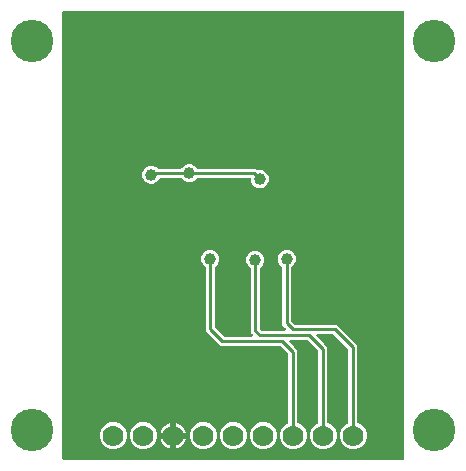
<source format=gbr>
G04 EAGLE Gerber RS-274X export*
G75*
%MOMM*%
%FSLAX34Y34*%
%LPD*%
%INBottom Copper*%
%IPPOS*%
%AMOC8*
5,1,8,0,0,1.08239X$1,22.5*%
G01*
%ADD10C,1.778000*%
%ADD11C,3.600000*%
%ADD12C,1.008000*%
%ADD13C,0.254000*%

G36*
X343298Y5096D02*
X343298Y5096D01*
X343417Y5103D01*
X343455Y5116D01*
X343496Y5121D01*
X343606Y5164D01*
X343719Y5201D01*
X343754Y5223D01*
X343791Y5238D01*
X343887Y5307D01*
X343988Y5371D01*
X344016Y5401D01*
X344049Y5424D01*
X344125Y5516D01*
X344206Y5603D01*
X344226Y5638D01*
X344251Y5669D01*
X344302Y5777D01*
X344360Y5881D01*
X344370Y5921D01*
X344387Y5957D01*
X344409Y6074D01*
X344439Y6189D01*
X344443Y6249D01*
X344447Y6269D01*
X344445Y6290D01*
X344449Y6350D01*
X344449Y383650D01*
X344434Y383768D01*
X344427Y383887D01*
X344414Y383925D01*
X344409Y383966D01*
X344366Y384076D01*
X344329Y384189D01*
X344307Y384224D01*
X344292Y384261D01*
X344223Y384357D01*
X344159Y384458D01*
X344129Y384486D01*
X344106Y384519D01*
X344014Y384595D01*
X343927Y384676D01*
X343892Y384696D01*
X343861Y384721D01*
X343753Y384772D01*
X343649Y384830D01*
X343609Y384840D01*
X343573Y384857D01*
X343456Y384879D01*
X343341Y384909D01*
X343281Y384913D01*
X343261Y384917D01*
X343240Y384915D01*
X343180Y384919D01*
X56180Y384919D01*
X56062Y384904D01*
X55943Y384897D01*
X55905Y384884D01*
X55864Y384879D01*
X55754Y384836D01*
X55641Y384799D01*
X55606Y384777D01*
X55569Y384762D01*
X55473Y384693D01*
X55372Y384629D01*
X55344Y384599D01*
X55311Y384576D01*
X55236Y384484D01*
X55154Y384397D01*
X55134Y384362D01*
X55109Y384331D01*
X55058Y384223D01*
X55000Y384119D01*
X54990Y384079D01*
X54973Y384043D01*
X54951Y383926D01*
X54921Y383811D01*
X54917Y383751D01*
X54913Y383731D01*
X54915Y383710D01*
X54911Y383650D01*
X54911Y6350D01*
X54926Y6232D01*
X54933Y6113D01*
X54946Y6075D01*
X54951Y6034D01*
X54994Y5924D01*
X55031Y5811D01*
X55053Y5776D01*
X55068Y5739D01*
X55138Y5643D01*
X55201Y5542D01*
X55231Y5514D01*
X55254Y5481D01*
X55346Y5405D01*
X55433Y5324D01*
X55468Y5304D01*
X55499Y5279D01*
X55607Y5228D01*
X55711Y5170D01*
X55751Y5160D01*
X55787Y5143D01*
X55904Y5121D01*
X56019Y5091D01*
X56080Y5087D01*
X56100Y5083D01*
X56120Y5085D01*
X56180Y5081D01*
X343180Y5081D01*
X343298Y5096D01*
G37*
%LPC*%
G36*
X248206Y13969D02*
X248206Y13969D01*
X244005Y15709D01*
X240789Y18925D01*
X239049Y23126D01*
X239049Y27674D01*
X240789Y31875D01*
X244005Y35091D01*
X245596Y35749D01*
X245621Y35764D01*
X245649Y35773D01*
X245759Y35843D01*
X245872Y35907D01*
X245893Y35927D01*
X245918Y35943D01*
X246007Y36038D01*
X246100Y36128D01*
X246116Y36153D01*
X246136Y36175D01*
X246199Y36289D01*
X246267Y36399D01*
X246275Y36428D01*
X246290Y36453D01*
X246322Y36579D01*
X246360Y36703D01*
X246362Y36733D01*
X246369Y36761D01*
X246379Y36922D01*
X246379Y94416D01*
X246367Y94514D01*
X246364Y94613D01*
X246347Y94671D01*
X246339Y94731D01*
X246303Y94823D01*
X246275Y94919D01*
X246245Y94971D01*
X246222Y95027D01*
X246164Y95107D01*
X246114Y95192D01*
X246048Y95268D01*
X246036Y95284D01*
X246026Y95292D01*
X246008Y95313D01*
X240093Y101228D01*
X240015Y101288D01*
X239943Y101356D01*
X239890Y101385D01*
X239842Y101422D01*
X239751Y101462D01*
X239664Y101510D01*
X239606Y101525D01*
X239550Y101549D01*
X239452Y101564D01*
X239356Y101589D01*
X239256Y101595D01*
X239236Y101599D01*
X239224Y101597D01*
X239196Y101599D01*
X188922Y101599D01*
X176529Y113992D01*
X176529Y167824D01*
X176517Y167922D01*
X176514Y168021D01*
X176497Y168080D01*
X176489Y168140D01*
X176453Y168232D01*
X176425Y168327D01*
X176395Y168379D01*
X176372Y168435D01*
X176314Y168515D01*
X176264Y168601D01*
X176198Y168676D01*
X176186Y168693D01*
X176176Y168701D01*
X176158Y168722D01*
X173913Y170966D01*
X172759Y173752D01*
X172759Y176768D01*
X173913Y179554D01*
X176046Y181687D01*
X178832Y182841D01*
X181848Y182841D01*
X184634Y181687D01*
X186767Y179554D01*
X187921Y176768D01*
X187921Y173752D01*
X186767Y170966D01*
X184522Y168722D01*
X184462Y168643D01*
X184394Y168571D01*
X184365Y168518D01*
X184328Y168470D01*
X184288Y168379D01*
X184240Y168293D01*
X184225Y168234D01*
X184201Y168179D01*
X184186Y168081D01*
X184161Y167985D01*
X184155Y167885D01*
X184151Y167864D01*
X184153Y167852D01*
X184151Y167824D01*
X184151Y117674D01*
X184163Y117576D01*
X184166Y117477D01*
X184183Y117419D01*
X184191Y117359D01*
X184227Y117267D01*
X184255Y117171D01*
X184285Y117119D01*
X184308Y117063D01*
X184366Y116983D01*
X184416Y116898D01*
X184482Y116822D01*
X184494Y116806D01*
X184504Y116798D01*
X184522Y116777D01*
X191707Y109592D01*
X191785Y109532D01*
X191857Y109464D01*
X191910Y109435D01*
X191958Y109398D01*
X192049Y109358D01*
X192136Y109310D01*
X192194Y109295D01*
X192250Y109271D01*
X192348Y109256D01*
X192444Y109231D01*
X192544Y109225D01*
X192564Y109221D01*
X192576Y109223D01*
X192604Y109221D01*
X215066Y109221D01*
X215203Y109238D01*
X215342Y109251D01*
X215361Y109258D01*
X215381Y109261D01*
X215510Y109312D01*
X215641Y109359D01*
X215658Y109370D01*
X215677Y109378D01*
X215790Y109459D01*
X215905Y109537D01*
X215918Y109553D01*
X215934Y109564D01*
X216023Y109672D01*
X216115Y109776D01*
X216124Y109794D01*
X216137Y109809D01*
X216196Y109935D01*
X216260Y110059D01*
X216264Y110079D01*
X216273Y110097D01*
X216299Y110234D01*
X216329Y110369D01*
X216329Y110390D01*
X216333Y110409D01*
X216324Y110548D01*
X216320Y110687D01*
X216314Y110707D01*
X216313Y110727D01*
X216270Y110859D01*
X216231Y110993D01*
X216221Y111010D01*
X216215Y111029D01*
X216140Y111147D01*
X216070Y111267D01*
X216051Y111288D01*
X216045Y111298D01*
X216030Y111312D01*
X215963Y111387D01*
X214629Y112722D01*
X214629Y166824D01*
X214617Y166922D01*
X214614Y167021D01*
X214597Y167080D01*
X214589Y167140D01*
X214553Y167232D01*
X214525Y167327D01*
X214495Y167379D01*
X214472Y167435D01*
X214414Y167515D01*
X214364Y167601D01*
X214298Y167676D01*
X214286Y167693D01*
X214276Y167701D01*
X214258Y167722D01*
X212013Y169966D01*
X210859Y172752D01*
X210859Y175768D01*
X212013Y178554D01*
X214146Y180687D01*
X216932Y181841D01*
X219948Y181841D01*
X222734Y180687D01*
X224867Y178554D01*
X226021Y175768D01*
X226021Y172752D01*
X224867Y169966D01*
X222622Y167722D01*
X222562Y167643D01*
X222494Y167571D01*
X222465Y167518D01*
X222428Y167470D01*
X222388Y167379D01*
X222340Y167293D01*
X222325Y167234D01*
X222301Y167179D01*
X222286Y167081D01*
X222261Y166985D01*
X222255Y166885D01*
X222251Y166864D01*
X222253Y166852D01*
X222251Y166824D01*
X222251Y116404D01*
X222263Y116306D01*
X222266Y116207D01*
X222283Y116149D01*
X222291Y116089D01*
X222327Y115997D01*
X222355Y115902D01*
X222385Y115849D01*
X222408Y115793D01*
X222466Y115713D01*
X222516Y115628D01*
X222582Y115552D01*
X222594Y115536D01*
X222604Y115528D01*
X222622Y115507D01*
X223457Y114673D01*
X223535Y114612D01*
X223607Y114544D01*
X223660Y114515D01*
X223708Y114478D01*
X223799Y114438D01*
X223886Y114390D01*
X223944Y114375D01*
X224000Y114351D01*
X224098Y114336D01*
X224193Y114311D01*
X224294Y114305D01*
X224314Y114301D01*
X224326Y114303D01*
X224354Y114301D01*
X243006Y114301D01*
X243143Y114318D01*
X243282Y114331D01*
X243301Y114338D01*
X243321Y114341D01*
X243450Y114392D01*
X243581Y114439D01*
X243598Y114450D01*
X243617Y114458D01*
X243730Y114539D01*
X243845Y114617D01*
X243858Y114633D01*
X243874Y114644D01*
X243963Y114752D01*
X244055Y114856D01*
X244064Y114874D01*
X244077Y114889D01*
X244136Y115015D01*
X244200Y115139D01*
X244204Y115159D01*
X244213Y115177D01*
X244239Y115313D01*
X244269Y115449D01*
X244269Y115470D01*
X244273Y115489D01*
X244264Y115628D01*
X244260Y115767D01*
X244254Y115787D01*
X244253Y115807D01*
X244210Y115939D01*
X244171Y116073D01*
X244161Y116090D01*
X244155Y116109D01*
X244080Y116227D01*
X244010Y116347D01*
X243991Y116368D01*
X243985Y116378D01*
X243970Y116392D01*
X243903Y116467D01*
X241299Y119072D01*
X241299Y167824D01*
X241287Y167922D01*
X241284Y168021D01*
X241267Y168080D01*
X241259Y168140D01*
X241223Y168232D01*
X241195Y168327D01*
X241165Y168379D01*
X241142Y168435D01*
X241084Y168515D01*
X241034Y168601D01*
X240968Y168676D01*
X240956Y168693D01*
X240946Y168701D01*
X240928Y168722D01*
X238683Y170966D01*
X237529Y173752D01*
X237529Y176768D01*
X238683Y179554D01*
X240816Y181687D01*
X243602Y182841D01*
X246618Y182841D01*
X249404Y181687D01*
X251537Y179554D01*
X252691Y176768D01*
X252691Y173752D01*
X251537Y170966D01*
X249292Y168722D01*
X249232Y168643D01*
X249164Y168571D01*
X249135Y168518D01*
X249098Y168470D01*
X249058Y168379D01*
X249010Y168293D01*
X248995Y168234D01*
X248971Y168179D01*
X248956Y168081D01*
X248931Y167985D01*
X248925Y167885D01*
X248921Y167864D01*
X248923Y167852D01*
X248921Y167824D01*
X248921Y122754D01*
X248933Y122656D01*
X248936Y122557D01*
X248953Y122499D01*
X248961Y122439D01*
X248997Y122347D01*
X249025Y122251D01*
X249055Y122199D01*
X249078Y122143D01*
X249136Y122063D01*
X249186Y121978D01*
X249252Y121902D01*
X249264Y121886D01*
X249274Y121878D01*
X249292Y121857D01*
X251397Y119752D01*
X251475Y119692D01*
X251547Y119624D01*
X251600Y119595D01*
X251648Y119558D01*
X251739Y119518D01*
X251826Y119470D01*
X251884Y119455D01*
X251940Y119431D01*
X252038Y119416D01*
X252134Y119391D01*
X252234Y119385D01*
X252254Y119381D01*
X252266Y119383D01*
X252294Y119381D01*
X287328Y119381D01*
X304801Y101908D01*
X304801Y37162D01*
X304804Y37133D01*
X304802Y37104D01*
X304824Y36975D01*
X304841Y36847D01*
X304851Y36819D01*
X304856Y36790D01*
X304910Y36672D01*
X304958Y36551D01*
X304975Y36527D01*
X304987Y36500D01*
X305068Y36399D01*
X305144Y36294D01*
X305167Y36275D01*
X305186Y36252D01*
X305289Y36174D01*
X305389Y36091D01*
X305416Y36078D01*
X305440Y36061D01*
X305584Y35990D01*
X307755Y35091D01*
X310971Y31875D01*
X312711Y27674D01*
X312711Y23126D01*
X310971Y18925D01*
X307755Y15709D01*
X303554Y13969D01*
X299006Y13969D01*
X294805Y15709D01*
X291589Y18925D01*
X289849Y23126D01*
X289849Y27674D01*
X291589Y31875D01*
X294805Y35091D01*
X296396Y35749D01*
X296421Y35764D01*
X296449Y35773D01*
X296559Y35843D01*
X296672Y35907D01*
X296693Y35927D01*
X296718Y35943D01*
X296807Y36038D01*
X296900Y36128D01*
X296916Y36153D01*
X296936Y36175D01*
X296999Y36289D01*
X297067Y36399D01*
X297075Y36428D01*
X297090Y36453D01*
X297122Y36579D01*
X297160Y36703D01*
X297162Y36733D01*
X297169Y36761D01*
X297179Y36922D01*
X297179Y98226D01*
X297167Y98324D01*
X297164Y98423D01*
X297147Y98481D01*
X297139Y98541D01*
X297103Y98633D01*
X297075Y98729D01*
X297045Y98781D01*
X297022Y98837D01*
X296964Y98917D01*
X296914Y99002D01*
X296848Y99078D01*
X296836Y99094D01*
X296826Y99102D01*
X296808Y99123D01*
X284543Y111388D01*
X284465Y111448D01*
X284393Y111516D01*
X284340Y111545D01*
X284292Y111582D01*
X284201Y111622D01*
X284114Y111670D01*
X284056Y111685D01*
X284000Y111709D01*
X283902Y111724D01*
X283806Y111749D01*
X283706Y111755D01*
X283686Y111759D01*
X283674Y111757D01*
X283646Y111759D01*
X271344Y111759D01*
X271207Y111742D01*
X271068Y111729D01*
X271049Y111722D01*
X271029Y111719D01*
X270900Y111668D01*
X270769Y111621D01*
X270752Y111610D01*
X270733Y111602D01*
X270620Y111521D01*
X270505Y111443D01*
X270492Y111427D01*
X270476Y111416D01*
X270387Y111308D01*
X270295Y111204D01*
X270286Y111186D01*
X270273Y111171D01*
X270214Y111045D01*
X270150Y110921D01*
X270146Y110901D01*
X270137Y110883D01*
X270111Y110747D01*
X270081Y110611D01*
X270081Y110590D01*
X270077Y110571D01*
X270086Y110432D01*
X270090Y110293D01*
X270096Y110273D01*
X270097Y110253D01*
X270140Y110121D01*
X270179Y109987D01*
X270189Y109970D01*
X270195Y109951D01*
X270270Y109833D01*
X270340Y109713D01*
X270359Y109692D01*
X270365Y109682D01*
X270380Y109668D01*
X270447Y109593D01*
X276797Y103242D01*
X279401Y100638D01*
X279401Y37162D01*
X279404Y37133D01*
X279402Y37104D01*
X279424Y36975D01*
X279441Y36847D01*
X279451Y36819D01*
X279456Y36790D01*
X279510Y36672D01*
X279558Y36551D01*
X279575Y36527D01*
X279587Y36500D01*
X279668Y36399D01*
X279744Y36294D01*
X279767Y36275D01*
X279786Y36252D01*
X279889Y36174D01*
X279989Y36091D01*
X280016Y36078D01*
X280040Y36061D01*
X280184Y35990D01*
X282355Y35091D01*
X285571Y31875D01*
X287311Y27674D01*
X287311Y23126D01*
X285571Y18925D01*
X282355Y15709D01*
X278154Y13969D01*
X273606Y13969D01*
X269405Y15709D01*
X266189Y18925D01*
X264449Y23126D01*
X264449Y27674D01*
X266189Y31875D01*
X269405Y35091D01*
X270996Y35749D01*
X271021Y35764D01*
X271049Y35773D01*
X271159Y35843D01*
X271272Y35907D01*
X271293Y35927D01*
X271318Y35943D01*
X271407Y36038D01*
X271500Y36128D01*
X271516Y36153D01*
X271536Y36175D01*
X271599Y36289D01*
X271667Y36399D01*
X271675Y36428D01*
X271690Y36453D01*
X271722Y36579D01*
X271760Y36703D01*
X271762Y36733D01*
X271769Y36761D01*
X271779Y36922D01*
X271779Y96956D01*
X271767Y97054D01*
X271764Y97153D01*
X271747Y97211D01*
X271739Y97271D01*
X271703Y97363D01*
X271675Y97459D01*
X271645Y97511D01*
X271622Y97567D01*
X271564Y97647D01*
X271514Y97732D01*
X271448Y97808D01*
X271436Y97824D01*
X271426Y97832D01*
X271408Y97853D01*
X262953Y106308D01*
X262875Y106368D01*
X262803Y106436D01*
X262750Y106465D01*
X262702Y106502D01*
X262611Y106542D01*
X262524Y106590D01*
X262466Y106605D01*
X262410Y106629D01*
X262312Y106644D01*
X262216Y106669D01*
X262116Y106675D01*
X262096Y106679D01*
X262084Y106677D01*
X262056Y106679D01*
X248484Y106679D01*
X248347Y106662D01*
X248208Y106649D01*
X248189Y106642D01*
X248169Y106639D01*
X248040Y106588D01*
X247909Y106541D01*
X247892Y106530D01*
X247873Y106522D01*
X247760Y106441D01*
X247645Y106363D01*
X247632Y106347D01*
X247616Y106336D01*
X247527Y106228D01*
X247435Y106124D01*
X247426Y106106D01*
X247413Y106091D01*
X247354Y105965D01*
X247290Y105841D01*
X247286Y105821D01*
X247277Y105803D01*
X247251Y105667D01*
X247221Y105531D01*
X247221Y105510D01*
X247217Y105491D01*
X247226Y105352D01*
X247230Y105213D01*
X247236Y105193D01*
X247237Y105173D01*
X247280Y105041D01*
X247319Y104907D01*
X247329Y104890D01*
X247335Y104871D01*
X247410Y104753D01*
X247480Y104633D01*
X247499Y104612D01*
X247505Y104602D01*
X247520Y104588D01*
X247587Y104513D01*
X251397Y100702D01*
X254001Y98098D01*
X254001Y37162D01*
X254004Y37133D01*
X254002Y37104D01*
X254024Y36975D01*
X254041Y36847D01*
X254051Y36819D01*
X254056Y36790D01*
X254110Y36672D01*
X254158Y36551D01*
X254175Y36527D01*
X254187Y36500D01*
X254268Y36399D01*
X254344Y36294D01*
X254367Y36275D01*
X254386Y36252D01*
X254489Y36174D01*
X254589Y36091D01*
X254616Y36078D01*
X254640Y36061D01*
X254784Y35990D01*
X256955Y35091D01*
X260171Y31875D01*
X261911Y27674D01*
X261911Y23126D01*
X260171Y18925D01*
X256955Y15709D01*
X252754Y13969D01*
X248206Y13969D01*
G37*
%LPD*%
%LPC*%
G36*
X220742Y234989D02*
X220742Y234989D01*
X217956Y236143D01*
X215823Y238276D01*
X214669Y241062D01*
X214669Y242570D01*
X214654Y242688D01*
X214647Y242807D01*
X214634Y242845D01*
X214629Y242886D01*
X214586Y242996D01*
X214549Y243109D01*
X214527Y243144D01*
X214512Y243181D01*
X214443Y243277D01*
X214379Y243378D01*
X214349Y243406D01*
X214326Y243439D01*
X214234Y243515D01*
X214147Y243596D01*
X214112Y243616D01*
X214081Y243641D01*
X213973Y243692D01*
X213869Y243750D01*
X213829Y243760D01*
X213793Y243777D01*
X213676Y243799D01*
X213561Y243829D01*
X213501Y243833D01*
X213481Y243837D01*
X213460Y243835D01*
X213400Y243839D01*
X169996Y243839D01*
X169898Y243827D01*
X169799Y243824D01*
X169740Y243807D01*
X169680Y243799D01*
X169588Y243763D01*
X169493Y243735D01*
X169441Y243705D01*
X169385Y243682D01*
X169305Y243624D01*
X169219Y243574D01*
X169144Y243508D01*
X169127Y243496D01*
X169119Y243486D01*
X169098Y243468D01*
X166854Y241223D01*
X164068Y240069D01*
X161052Y240069D01*
X158266Y241223D01*
X156022Y243468D01*
X155943Y243528D01*
X155871Y243596D01*
X155818Y243625D01*
X155770Y243662D01*
X155679Y243702D01*
X155593Y243750D01*
X155534Y243765D01*
X155479Y243789D01*
X155381Y243804D01*
X155285Y243829D01*
X155185Y243835D01*
X155164Y243839D01*
X155152Y243837D01*
X155124Y243839D01*
X138481Y243839D01*
X138452Y243836D01*
X138422Y243838D01*
X138294Y243816D01*
X138165Y243799D01*
X138138Y243789D01*
X138109Y243784D01*
X137990Y243730D01*
X137870Y243682D01*
X137846Y243665D01*
X137819Y243653D01*
X137718Y243572D01*
X137612Y243496D01*
X137594Y243473D01*
X137571Y243454D01*
X137492Y243351D01*
X137410Y243251D01*
X137397Y243224D01*
X137379Y243200D01*
X137308Y243056D01*
X136907Y242086D01*
X134774Y239953D01*
X131988Y238799D01*
X128972Y238799D01*
X126186Y239953D01*
X124053Y242086D01*
X122899Y244872D01*
X122899Y247888D01*
X124053Y250674D01*
X126186Y252807D01*
X128972Y253961D01*
X131988Y253961D01*
X134774Y252807D01*
X135748Y251832D01*
X135827Y251772D01*
X135899Y251704D01*
X135952Y251675D01*
X136000Y251638D01*
X136091Y251598D01*
X136177Y251550D01*
X136236Y251535D01*
X136291Y251511D01*
X136389Y251496D01*
X136485Y251471D01*
X136585Y251465D01*
X136606Y251461D01*
X136618Y251463D01*
X136646Y251461D01*
X155124Y251461D01*
X155222Y251473D01*
X155321Y251476D01*
X155380Y251493D01*
X155440Y251501D01*
X155532Y251537D01*
X155627Y251565D01*
X155679Y251595D01*
X155735Y251618D01*
X155815Y251676D01*
X155901Y251726D01*
X155976Y251792D01*
X155993Y251804D01*
X156001Y251814D01*
X156022Y251832D01*
X158266Y254077D01*
X161052Y255231D01*
X164068Y255231D01*
X166854Y254077D01*
X169098Y251832D01*
X169177Y251772D01*
X169249Y251704D01*
X169302Y251675D01*
X169350Y251638D01*
X169441Y251598D01*
X169527Y251550D01*
X169586Y251535D01*
X169641Y251511D01*
X169739Y251496D01*
X169835Y251471D01*
X169935Y251465D01*
X169956Y251461D01*
X169968Y251463D01*
X169996Y251461D01*
X218748Y251461D01*
X219687Y250522D01*
X219765Y250462D01*
X219837Y250394D01*
X219890Y250365D01*
X219938Y250328D01*
X220029Y250288D01*
X220116Y250240D01*
X220174Y250225D01*
X220230Y250201D01*
X220328Y250186D01*
X220424Y250161D01*
X220524Y250155D01*
X220544Y250151D01*
X220556Y250153D01*
X220584Y250151D01*
X223758Y250151D01*
X226544Y248997D01*
X228677Y246864D01*
X229831Y244078D01*
X229831Y241062D01*
X228677Y238276D01*
X226544Y236143D01*
X223758Y234989D01*
X220742Y234989D01*
G37*
%LPD*%
%LPC*%
G36*
X222806Y13969D02*
X222806Y13969D01*
X218605Y15709D01*
X215389Y18925D01*
X213649Y23126D01*
X213649Y27674D01*
X215389Y31875D01*
X218605Y35091D01*
X222806Y36831D01*
X227354Y36831D01*
X231555Y35091D01*
X234771Y31875D01*
X236511Y27674D01*
X236511Y23126D01*
X234771Y18925D01*
X231555Y15709D01*
X227354Y13969D01*
X222806Y13969D01*
G37*
%LPD*%
%LPC*%
G36*
X197406Y13969D02*
X197406Y13969D01*
X193205Y15709D01*
X189989Y18925D01*
X188249Y23126D01*
X188249Y27674D01*
X189989Y31875D01*
X193205Y35091D01*
X197406Y36831D01*
X201954Y36831D01*
X206155Y35091D01*
X209371Y31875D01*
X211111Y27674D01*
X211111Y23126D01*
X209371Y18925D01*
X206155Y15709D01*
X201954Y13969D01*
X197406Y13969D01*
G37*
%LPD*%
%LPC*%
G36*
X172006Y13969D02*
X172006Y13969D01*
X167805Y15709D01*
X164589Y18925D01*
X162849Y23126D01*
X162849Y27674D01*
X164589Y31875D01*
X167805Y35091D01*
X172006Y36831D01*
X176554Y36831D01*
X180755Y35091D01*
X183971Y31875D01*
X185711Y27674D01*
X185711Y23126D01*
X183971Y18925D01*
X180755Y15709D01*
X176554Y13969D01*
X172006Y13969D01*
G37*
%LPD*%
%LPC*%
G36*
X121206Y13969D02*
X121206Y13969D01*
X117005Y15709D01*
X113789Y18925D01*
X112049Y23126D01*
X112049Y27674D01*
X113789Y31875D01*
X117005Y35091D01*
X121206Y36831D01*
X125754Y36831D01*
X129955Y35091D01*
X133171Y31875D01*
X134911Y27674D01*
X134911Y23126D01*
X133171Y18925D01*
X129955Y15709D01*
X125754Y13969D01*
X121206Y13969D01*
G37*
%LPD*%
%LPC*%
G36*
X95806Y13969D02*
X95806Y13969D01*
X91605Y15709D01*
X88389Y18925D01*
X86649Y23126D01*
X86649Y27674D01*
X88389Y31875D01*
X91605Y35091D01*
X95806Y36831D01*
X100354Y36831D01*
X104555Y35091D01*
X107771Y31875D01*
X109511Y27674D01*
X109511Y23126D01*
X107771Y18925D01*
X104555Y15709D01*
X100354Y13969D01*
X95806Y13969D01*
G37*
%LPD*%
%LPC*%
G36*
X151379Y27899D02*
X151379Y27899D01*
X151379Y36063D01*
X151438Y36054D01*
X153073Y35523D01*
X154605Y34742D01*
X154915Y34517D01*
X155996Y33731D01*
X157211Y32516D01*
X158222Y31125D01*
X159003Y29593D01*
X159534Y27958D01*
X159543Y27899D01*
X151379Y27899D01*
G37*
%LPD*%
%LPC*%
G36*
X138217Y27899D02*
X138217Y27899D01*
X138226Y27958D01*
X138757Y29593D01*
X139538Y31125D01*
X140549Y32516D01*
X141764Y33731D01*
X143155Y34742D01*
X144687Y35523D01*
X146322Y36054D01*
X146381Y36063D01*
X146381Y27899D01*
X138217Y27899D01*
G37*
%LPD*%
%LPC*%
G36*
X151379Y22901D02*
X151379Y22901D01*
X159543Y22901D01*
X159534Y22842D01*
X159003Y21207D01*
X158222Y19675D01*
X157211Y18284D01*
X155996Y17069D01*
X154605Y16058D01*
X153073Y15277D01*
X151438Y14746D01*
X151379Y14737D01*
X151379Y22901D01*
G37*
%LPD*%
%LPC*%
G36*
X146322Y14746D02*
X146322Y14746D01*
X144687Y15277D01*
X143155Y16058D01*
X141764Y17069D01*
X140549Y18284D01*
X139538Y19675D01*
X138757Y21207D01*
X138226Y22842D01*
X138217Y22901D01*
X146381Y22901D01*
X146381Y14737D01*
X146322Y14746D01*
G37*
%LPD*%
D10*
X98080Y25400D03*
X123480Y25400D03*
X148880Y25400D03*
X174280Y25400D03*
X199680Y25400D03*
X225080Y25400D03*
X250480Y25400D03*
X275880Y25400D03*
X301280Y25400D03*
D11*
X29680Y360000D03*
X369680Y360000D03*
X29680Y30000D03*
X369680Y30000D03*
D12*
X256540Y212090D03*
X176530Y212090D03*
X162560Y280670D03*
X106490Y209820D03*
X162560Y247650D03*
D13*
X131750Y247650D01*
X130480Y246380D01*
D12*
X130480Y246380D03*
X222250Y242570D03*
D13*
X217170Y247650D01*
X162560Y247650D01*
D12*
X218440Y174260D03*
D13*
X218440Y114300D01*
X222250Y110490D01*
X264160Y110490D01*
X275590Y99060D01*
X275590Y25690D01*
X275880Y25400D01*
D12*
X245110Y175260D03*
D13*
X245110Y120650D01*
X250190Y115570D01*
X285750Y115570D01*
X300990Y100330D01*
X300990Y25690D01*
X301280Y25400D01*
D12*
X180340Y175260D03*
D13*
X180340Y115570D01*
X190500Y105410D01*
X241300Y105410D01*
X250190Y96520D01*
X250190Y25690D01*
X250480Y25400D01*
M02*

</source>
